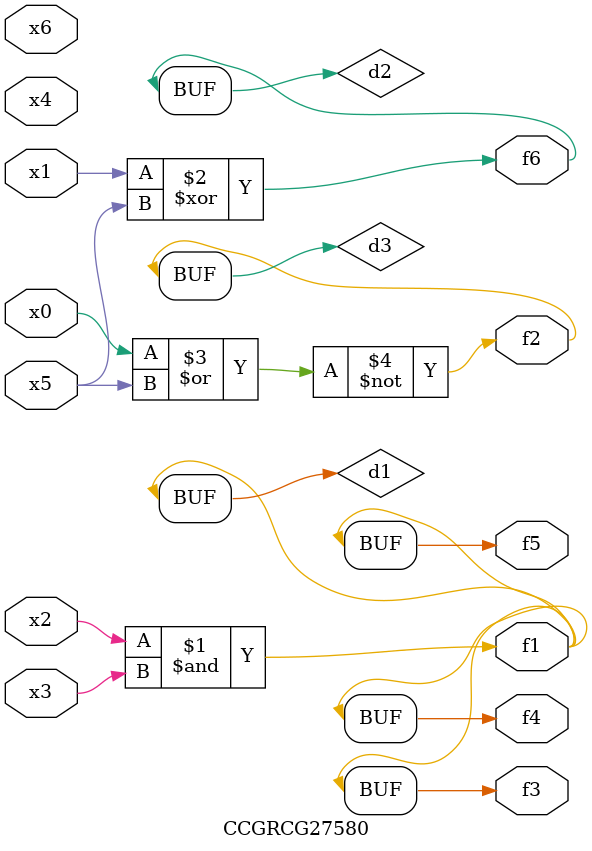
<source format=v>
module CCGRCG27580(
	input x0, x1, x2, x3, x4, x5, x6,
	output f1, f2, f3, f4, f5, f6
);

	wire d1, d2, d3;

	and (d1, x2, x3);
	xor (d2, x1, x5);
	nor (d3, x0, x5);
	assign f1 = d1;
	assign f2 = d3;
	assign f3 = d1;
	assign f4 = d1;
	assign f5 = d1;
	assign f6 = d2;
endmodule

</source>
